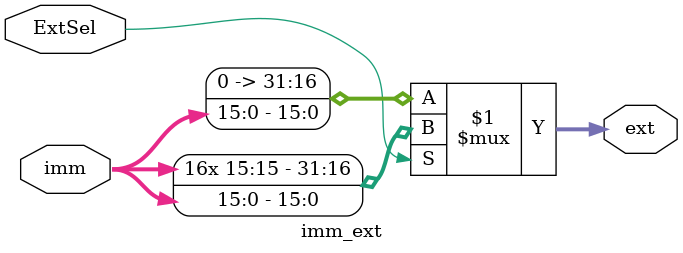
<source format=v>
module imm_ext (
	input [15:0] imm,
	input ExtSel,

	output [31:0] ext	
);

assign ext = ExtSel ? {{16{imm[15]}}, imm} : {{16{1'b0}}, imm};

endmodule
</source>
